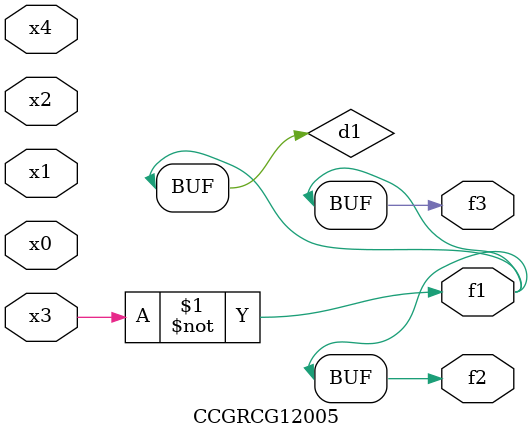
<source format=v>
module CCGRCG12005(
	input x0, x1, x2, x3, x4,
	output f1, f2, f3
);

	wire d1, d2;

	xnor (d1, x3);
	not (d2, x1);
	assign f1 = d1;
	assign f2 = d1;
	assign f3 = d1;
endmodule

</source>
